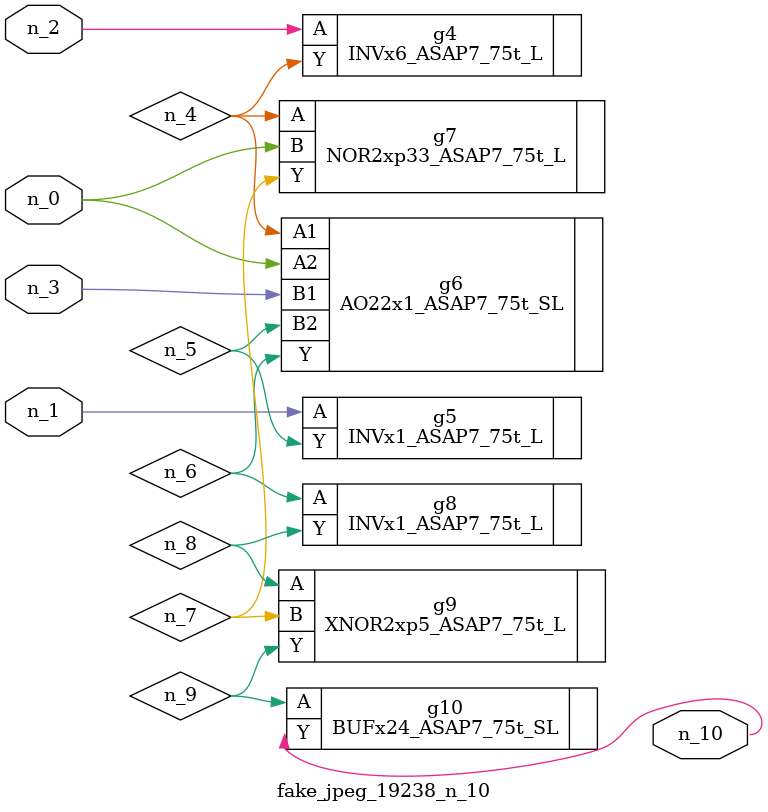
<source format=v>
module fake_jpeg_19238_n_10 (n_0, n_3, n_2, n_1, n_10);

input n_0;
input n_3;
input n_2;
input n_1;

output n_10;

wire n_4;
wire n_8;
wire n_9;
wire n_6;
wire n_5;
wire n_7;

INVx6_ASAP7_75t_L g4 ( 
.A(n_2),
.Y(n_4)
);

INVx1_ASAP7_75t_L g5 ( 
.A(n_1),
.Y(n_5)
);

AO22x1_ASAP7_75t_SL g6 ( 
.A1(n_4),
.A2(n_0),
.B1(n_3),
.B2(n_5),
.Y(n_6)
);

INVx1_ASAP7_75t_L g8 ( 
.A(n_6),
.Y(n_8)
);

NOR2xp33_ASAP7_75t_L g7 ( 
.A(n_4),
.B(n_0),
.Y(n_7)
);

XNOR2xp5_ASAP7_75t_L g9 ( 
.A(n_8),
.B(n_7),
.Y(n_9)
);

BUFx24_ASAP7_75t_SL g10 ( 
.A(n_9),
.Y(n_10)
);


endmodule
</source>
